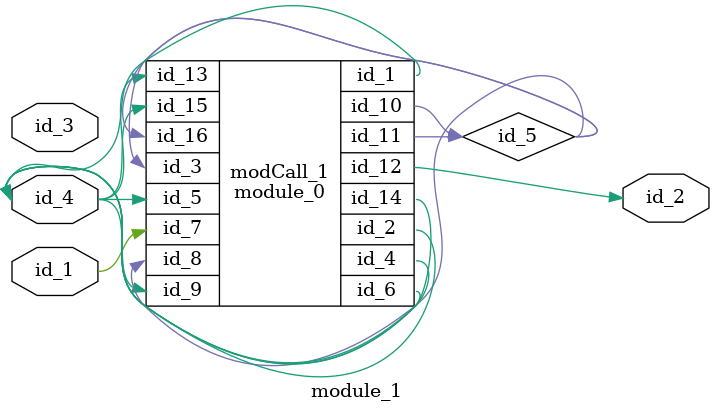
<source format=v>
module module_0 (
    id_1,
    id_2,
    id_3,
    id_4,
    id_5,
    id_6,
    id_7,
    id_8,
    id_9,
    id_10,
    id_11,
    id_12,
    id_13,
    id_14,
    id_15,
    id_16
);
  input wire id_16;
  input wire id_15;
  output wire id_14;
  input wire id_13;
  output wire id_12;
  output wire id_11;
  output wire id_10;
  input wire id_9;
  input wire id_8;
  input wire id_7;
  inout wire id_6;
  input wire id_5;
  inout wire id_4;
  input wire id_3;
  inout wire id_2;
  inout wire id_1;
  assign id_11 = 1;
endmodule
module module_1 (
    id_1,
    id_2,
    id_3,
    id_4
);
  inout wire id_4;
  input wire id_3;
  output wire id_2;
  input wire id_1;
  wire id_5;
  module_0 modCall_1 (
      id_4,
      id_4,
      id_5,
      id_4,
      id_4,
      id_4,
      id_1,
      id_5,
      id_4,
      id_5,
      id_5,
      id_2,
      id_4,
      id_4,
      id_4,
      id_5
  );
endmodule

</source>
